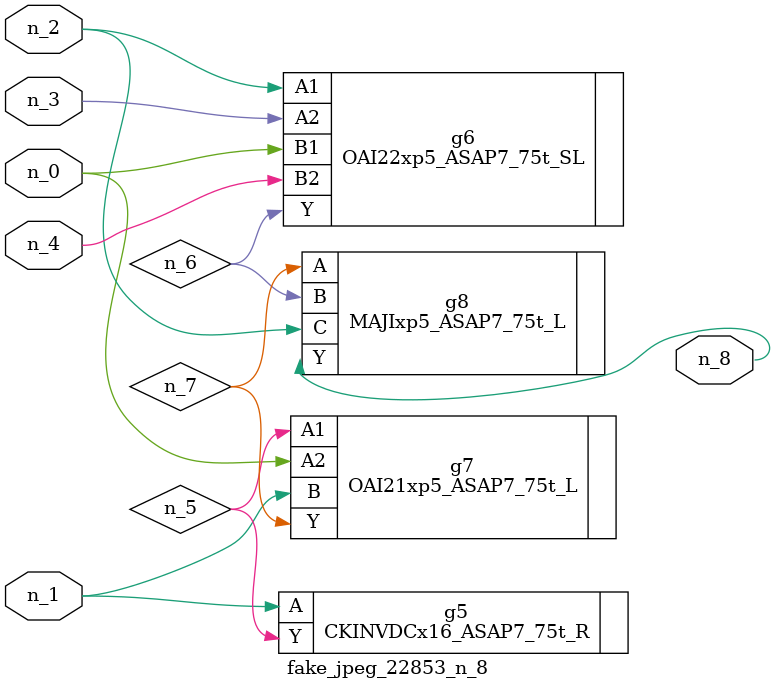
<source format=v>
module fake_jpeg_22853_n_8 (n_3, n_2, n_1, n_0, n_4, n_8);

input n_3;
input n_2;
input n_1;
input n_0;
input n_4;

output n_8;

wire n_6;
wire n_5;
wire n_7;

CKINVDCx16_ASAP7_75t_R g5 ( 
.A(n_1),
.Y(n_5)
);

OAI22xp5_ASAP7_75t_SL g6 ( 
.A1(n_2),
.A2(n_3),
.B1(n_0),
.B2(n_4),
.Y(n_6)
);

OAI21xp5_ASAP7_75t_L g7 ( 
.A1(n_5),
.A2(n_0),
.B(n_1),
.Y(n_7)
);

MAJIxp5_ASAP7_75t_L g8 ( 
.A(n_7),
.B(n_6),
.C(n_2),
.Y(n_8)
);


endmodule
</source>
